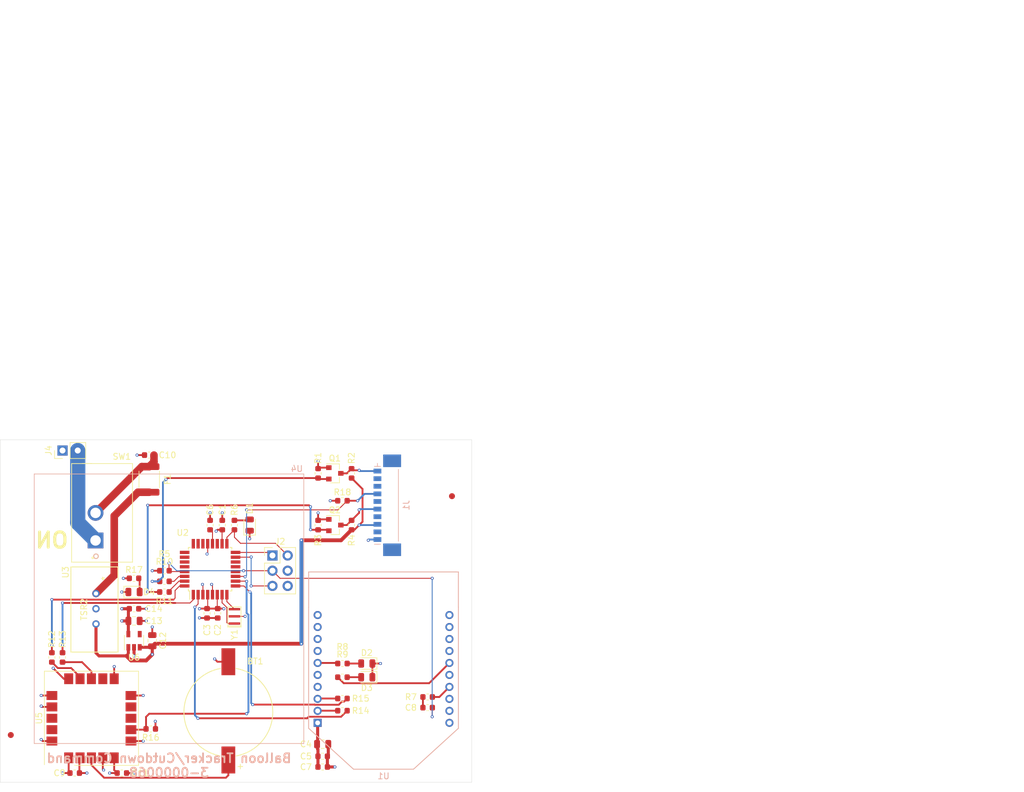
<source format=kicad_pcb>
(kicad_pcb (version 20171130) (host pcbnew "(5.1.7)-1")
  (title_block (title "Balloon Sat Tracker") (date 2020-12-22) (rev 1.0) (company "Leeman Geophysical LLC") (comment 1 "(479) 373-3736") (comment 2 "Siloam Springs, AR 72761") (comment 3 "850 South Lincoln St."))
  (layers (0 F.Cu signal) (1 In1.Cu power hide) (2 In2.Cu power hide) (31 B.Cu signal) (34 B.Paste user) (35 F.Paste user) (36 B.SilkS user) (37 F.SilkS user) (38 B.Mask user) (39 F.Mask user) (44 Edge.Cuts user))
  (net 0 "")
  (net 1 "Net-(BT1-Pad1)")
  (net 2 RB_GND)
  (net 3 +3V3)
  (net 4 "Net-(C6-Pad1)")
  (net 5 "Net-(C8-Pad2)")
  (net 6 RESET)
  (net 7 "Net-(C10-Pad1)")
  (net 8 RB_5V)
  (net 9 "Net-(D1-Pad2)")
  (net 10 "Net-(D2-Pad2)")
  (net 11 "Net-(D3-Pad2)")
  (net 12 "Net-(D4-Pad2)")
  (net 13 "Net-(F1-Pad1)")
  (net 14 RB_RXI)
  (net 15 RB_NetAv)
  (net 16 RB_TXO)
  (net 17 MISO)
  (net 18 SCK)
  (net 19 MOSI)
  (net 20 "Net-(J3-Pad1)")
  (net 21 RB_TXO_3V3)
  (net 22 RB_RXI_3V3)
  (net 23 "Net-(R7-Pad2)")
  (net 24 "Net-(R8-Pad1)")
  (net 25 "Net-(R9-Pad1)")
  (net 26 "Net-(R10-Pad2)")
  (net 27 "Net-(R11-Pad2)")
  (net 28 GPS_RX)
  (net 29 "Net-(R12-Pad2)")
  (net 30 "Net-(R13-Pad2)")
  (net 31 GPS_TX)
  (net 32 XBee_to_Uc)
  (net 33 "Net-(R14-Pad2)")
  (net 34 XBee_from_Uc)
  (net 35 "Net-(R15-Pad2)")
  (net 36 GPS_PPS)
  (net 37 "Net-(U2-Pad7)")
  (net 38 "Net-(U2-Pad8)")
  (module lib_fp:S8411-45R (layer F.Cu) (at 149.86 133.096)
    (fp_text reference BT1 (at 4.5 -8.5) (layer F.SilkS))
    (fp_text value CR1220)
    (fp_text user + (at 2 9) (layer F.SilkS))
    (pad 1 smd rect (at 0 7.975) (size 2.3 4.5) (layers F.Cu F.Paste F.Mask) (net 1 "Net-(BT1-Pad1)"))
    (pad 2 smd rect (at 0 -8.425) (size 2.3 4.5) (layers F.Cu F.Paste F.Mask) (net 2 RB_GND))
    (pad "" np_thru_hole circle (at 0 -3.725) (size 1.05 1.05) (drill 1.05) (layers *.Cu *.Mask))
    (pad "" np_thru_hole circle (at 0 3.725) (size 1.3 1.3) (drill 1.3) (layers *.Cu *.Mask))
  )
  (module capacitors_0603:1-0000007 (layer F.Cu) (at 148.844 101.854 90)
    (fp_text reference C1 (at 2.54 0 90) (layer F.SilkS))
    (fp_text value 1-0000007)
    (pad 2 smd roundrect (at 0.7875 0 90) (size 0.875 0.95) (layers F.Cu F.Paste F.Mask) (net 2 RB_GND))
    (pad 1 smd roundrect (at -0.7875 0 90) (size 0.875 0.95) (layers F.Cu F.Paste F.Mask) (net 3 +3V3))
  )
  (module capacitors_0603:1-0000007 (layer F.Cu) (at 148.082 116.586 270)
    (fp_text reference C2 (at 2.794 0 90) (layer F.SilkS))
    (fp_text value 1-0000007)
    (pad 1 smd roundrect (at -0.7875 0 270) (size 0.875 0.95) (layers F.Cu F.Paste F.Mask) (net 3 +3V3))
    (pad 2 smd roundrect (at 0.7875 0 270) (size 0.875 0.95) (layers F.Cu F.Paste F.Mask) (net 2 RB_GND))
  )
  (module capacitors_0603:1-0000007 (layer F.Cu) (at 146.304 116.586 270)
    (fp_text reference C3 (at 2.794 0 90) (layer F.SilkS))
    (fp_text value 1-0000007)
    (pad 2 smd roundrect (at 0.7875 0 270) (size 0.875 0.95) (layers F.Cu F.Paste F.Mask) (net 2 RB_GND))
    (pad 1 smd roundrect (at -0.7875 0 270) (size 0.875 0.95) (layers F.Cu F.Paste F.Mask) (net 3 +3V3))
  )
  (module capacitors_0805:1-0000075 (layer F.Cu) (at 165.608 138.43)
    (fp_text reference C4 (at -2.794 0) (layer F.SilkS))
    (fp_text value 1-0000075)
    (pad 1 smd roundrect (at -0.9375 0) (size 0.975 1.4) (layers F.Cu F.Paste F.Mask) (net 3 +3V3))
    (pad 2 smd roundrect (at 0.9375 0) (size 0.975 1.4) (layers F.Cu F.Paste F.Mask) (net 2 RB_GND))
  )
  (module capacitors_0603:1-0000018 (layer F.Cu) (at 165.608 140.462)
    (fp_text reference C5 (at -2.794 0) (layer F.SilkS))
    (fp_text value 1-0000018)
    (pad 1 smd roundrect (at -0.7875 0) (size 0.875 0.95) (layers F.Cu F.Paste F.Mask) (net 3 +3V3))
    (pad 2 smd roundrect (at 0.7875 0) (size 0.875 0.95) (layers F.Cu F.Paste F.Mask) (net 2 RB_GND))
  )
  (module capacitors_0603:1-0000007 (layer F.Cu) (at 146.812 101.854 90)
    (fp_text reference C6 (at 2.54 0 90) (layer F.SilkS))
    (fp_text value 1-0000007)
    (pad 1 smd roundrect (at -0.7875 0 90) (size 0.875 0.95) (layers F.Cu F.Paste F.Mask) (net 4 "Net-(C6-Pad1)"))
    (pad 2 smd roundrect (at 0.7875 0 90) (size 0.875 0.95) (layers F.Cu F.Paste F.Mask) (net 2 RB_GND))
  )
  (module capacitors_0603:1-0000007 (layer F.Cu) (at 165.608 142.24)
    (fp_text reference C7 (at -2.794 0) (layer F.SilkS))
    (fp_text value 1-0000007)
    (pad 1 smd roundrect (at -0.7875 0) (size 0.875 0.95) (layers F.Cu F.Paste F.Mask) (net 3 +3V3))
    (pad 2 smd roundrect (at 0.7875 0) (size 0.875 0.95) (layers F.Cu F.Paste F.Mask) (net 2 RB_GND))
  )
  (module capacitors_0603:1-0000007 (layer F.Cu) (at 183.134 132.334 180)
    (fp_text reference C8 (at 2.794 0) (layer F.SilkS))
    (fp_text value 1-0000007)
    (pad 2 smd roundrect (at 0.7875 0 180) (size 0.875 0.95) (layers F.Cu F.Paste F.Mask) (net 5 "Net-(C8-Pad2)"))
    (pad 1 smd roundrect (at -0.7875 0 180) (size 0.875 0.95) (layers F.Cu F.Paste F.Mask) (net 6 RESET))
  )
  (module capacitors_0603:1-0000007 (layer F.Cu) (at 124.206 143.256 180)
    (fp_text reference C9 (at 2.54 0) (layer F.SilkS))
    (fp_text value 1-0000007)
    (pad 2 smd roundrect (at 0.7875 0 180) (size 0.875 0.95) (layers F.Cu F.Paste F.Mask) (net 2 RB_GND))
    (pad 1 smd roundrect (at -0.7875 0 180) (size 0.875 0.95) (layers F.Cu F.Paste F.Mask) (net 3 +3V3))
  )
  (module capacitors_0603:1-0000007 (layer F.Cu) (at 136.652 90.17 180)
    (fp_text reference C10 (at -3.048 0) (layer F.SilkS))
    (fp_text value 1-0000007)
    (pad 2 smd roundrect (at 0.7875 0 180) (size 0.875 0.95) (layers F.Cu F.Paste F.Mask) (net 2 RB_GND))
    (pad 1 smd roundrect (at -0.7875 0 180) (size 0.875 0.95) (layers F.Cu F.Paste F.Mask) (net 7 "Net-(C10-Pad1)"))
  )
  (module capacitors_0603:1-0000007 (layer F.Cu) (at 132.08 143.256 180)
    (fp_text reference C11 (at -3.048 0) (layer F.SilkS))
    (fp_text value 1-0000007)
    (pad 1 smd roundrect (at -0.7875 0 180) (size 0.875 0.95) (layers F.Cu F.Paste F.Mask) (net 3 +3V3))
    (pad 2 smd roundrect (at 0.7875 0 180) (size 0.875 0.95) (layers F.Cu F.Paste F.Mask) (net 2 RB_GND))
  )
  (module capacitors_0805:1-0000075 (layer F.Cu) (at 137.16 121.158 90)
    (fp_text reference C12 (at 0 1.778 90) (layer F.SilkS))
    (fp_text value 1-0000075)
    (pad 2 smd roundrect (at 0.9375 0 90) (size 0.975 1.4) (layers F.Cu F.Paste F.Mask) (net 2 RB_GND))
    (pad 1 smd roundrect (at -0.9375 0 90) (size 0.975 1.4) (layers F.Cu F.Paste F.Mask) (net 8 RB_5V))
  )
  (module capacitors_0805:1-0000075 (layer F.Cu) (at 134.112 117.856)
    (fp_text reference C13 (at 3.302 0) (layer F.SilkS))
    (fp_text value 1-0000075)
    (pad 1 smd roundrect (at -0.9375 0) (size 0.975 1.4) (layers F.Cu F.Paste F.Mask) (net 3 +3V3))
    (pad 2 smd roundrect (at 0.9375 0) (size 0.975 1.4) (layers F.Cu F.Paste F.Mask) (net 2 RB_GND))
  )
  (module capacitors_0603:1-0000007 (layer F.Cu) (at 134.112 115.824)
    (fp_text reference C14 (at 3.302 0) (layer F.SilkS))
    (fp_text value 1-0000007)
    (pad 1 smd roundrect (at -0.7875 0) (size 0.875 0.95) (layers F.Cu F.Paste F.Mask) (net 3 +3V3))
    (pad 2 smd roundrect (at 0.7875 0) (size 0.875 0.95) (layers F.Cu F.Paste F.Mask) (net 2 RB_GND))
  )
  (module LED_SMD:LED_0805_2012Metric (layer F.Cu) (at 153.416 101.854 90)
    (fp_text reference D1 (at 2.794 0 90) (layer F.SilkS))
    (fp_text value Blue)
    (pad 2 smd roundrect (at 0.9375 0 90) (size 0.975 1.4) (layers F.Cu F.Paste F.Mask) (net 9 "Net-(D1-Pad2)"))
    (pad 1 smd roundrect (at -0.9375 0 90) (size 0.975 1.4) (layers F.Cu F.Paste F.Mask) (net 2 RB_GND))
  )
  (module LED_SMD:LED_0805_2012Metric (layer F.Cu) (at 172.974 124.968 180)
    (fp_text reference D2 (at 0 1.778) (layer F.SilkS))
    (fp_text value Blue)
    (pad 1 smd roundrect (at -0.9375 0 180) (size 0.975 1.4) (layers F.Cu F.Paste F.Mask) (net 2 RB_GND))
    (pad 2 smd roundrect (at 0.9375 0 180) (size 0.975 1.4) (layers F.Cu F.Paste F.Mask) (net 10 "Net-(D2-Pad2)"))
  )
  (module LED_SMD:LED_0805_2012Metric (layer F.Cu) (at 172.974 127.254 180)
    (fp_text reference D3 (at 0 -1.778) (layer F.SilkS))
    (fp_text value Yellow)
    (pad 2 smd roundrect (at 0.9375 0 180) (size 0.975 1.4) (layers F.Cu F.Paste F.Mask) (net 11 "Net-(D3-Pad2)"))
    (pad 1 smd roundrect (at -0.9375 0 180) (size 0.975 1.4) (layers F.Cu F.Paste F.Mask) (net 2 RB_GND))
  )
  (module LED_SMD:LED_0805_2012Metric (layer F.Cu) (at 134.112 113.03)
    (fp_text reference D4 (at 2.54 0) (layer F.SilkS))
    (fp_text value Green)
    (pad 1 smd roundrect (at -0.9375 0) (size 0.975 1.4) (layers F.Cu F.Paste F.Mask) (net 2 RB_GND))
    (pad 2 smd roundrect (at 0.9375 0) (size 0.975 1.4) (layers F.Cu F.Paste F.Mask) (net 12 "Net-(D4-Pad2)"))
  )
  (module Fuse:Fuse_1812_4532Metric (layer F.Cu) (at 136.652 94.234 90)
    (fp_text reference F1 (at 0 3.048 90) (layer F.SilkS))
    (fp_text value Polyfuse)
    (pad 1 smd roundrect (at -2.1375 0 90) (size 1.125 3.4) (layers F.Cu F.Paste F.Mask) (roundrect_rratio 0.2222213333333333) (net 13 "Net-(F1-Pad1)"))
    (pad 2 smd roundrect (at 2.1375 0 90) (size 1.125 3.4) (layers F.Cu F.Paste F.Mask) (roundrect_rratio 0.2222213333333333) (net 7 "Net-(C10-Pad1)"))
  )
  (module Fiducial:Fiducial_1mm_Mask2mm (layer F.Cu) (at 187.198 97.028)
    (fp_text reference FID1 hide)
    (fp_text value Fiducial)
    (pad "" smd circle (at 0 0) (size 1 1) (layers F.Cu F.Mask) (clearance 0.5))
  )
  (module Fiducial:Fiducial_1mm_Mask2mm (layer F.Cu) (at 113.538 136.906)
    (fp_text reference FID2 hide)
    (fp_text value Fiducial)
    (pad "" smd circle (at 0 0) (size 1 1) (layers F.Cu F.Mask) (clearance 0.5))
  )
  (module MountingHole:MountingHole_3.2mm_M3_DIN965 (layer F.Cu) (at 115.062 141.478)
    (fp_text reference H1 hide)
    (fp_text value MountingHole)
    (pad 1 np_thru_hole circle (at 0 0) (size 3.2 3.2) (drill 3.2) (layers *.Cu *.Mask))
  )
  (module MountingHole:MountingHole_3.2mm_M3_DIN965 (layer F.Cu) (at 187.198 141.478)
    (fp_text reference H2 hide)
    (fp_text value MountingHole)
    (pad 1 np_thru_hole circle (at 0 0) (size 3.2 3.2) (drill 3.2) (layers *.Cu *.Mask))
  )
  (module MountingHole:MountingHole_3.2mm_M3_DIN965 (layer F.Cu) (at 187.198 90.932)
    (fp_text reference H3 hide)
    (fp_text value MountingHole)
    (pad 1 np_thru_hole circle (at 0 0) (size 3.2 3.2) (drill 3.2) (layers *.Cu *.Mask))
  )
  (module MountingHole:MountingHole_3.2mm_M3_DIN965 (layer F.Cu) (at 115.062 90.932)
    (fp_text reference H4 hide)
    (fp_text value MountingHole)
    (pad 1 np_thru_hole circle (at 0 0) (size 3.2 3.2) (drill 3.2) (layers *.Cu *.Mask))
  )
  (module lib_fp:picoblade (layer B.Cu) (at 174.752 98.552 90)
    (fp_text reference J1 (at 0 4.826 90) (layer B.SilkS) (effects (justify mirror)))
    (fp_text value RockBlock9603)
    (pad "" smd rect (at -7.425 2.45 90) (size 2.1 3) (layers B.Cu B.Paste B.Mask))
    (pad "" smd rect (at 7.425 2.45 90) (size 2.1 3) (layers B.Cu B.Paste B.Mask))
    (pad 10 smd rect (at -5.715 0 90) (size 0.8 1.3) (layers B.Cu B.Paste B.Mask) (net 2 RB_GND))
    (pad 9 smd rect (at -4.445 0 90) (size 0.8 1.3) (layers B.Cu B.Paste B.Mask))
    (pad 8 smd rect (at -3.175 0 90) (size 0.8 1.3) (layers B.Cu B.Paste B.Mask) (net 8 RB_5V))
    (pad 7 smd rect (at -1.905 0 90) (size 0.8 1.3) (layers B.Cu B.Paste B.Mask))
    (pad 6 smd rect (at -0.635 0 90) (size 0.8 1.3) (layers B.Cu B.Paste B.Mask) (net 14 RB_RXI))
    (pad 5 smd rect (at 0.635 0 90) (size 0.8 1.3) (layers B.Cu B.Paste B.Mask))
    (pad 4 smd rect (at 1.905 0 90) (size 0.8 1.3) (layers B.Cu B.Paste B.Mask) (net 15 RB_NetAv))
    (pad 3 smd rect (at 3.175 0 90) (size 0.8 1.3) (layers B.Cu B.Paste B.Mask))
    (pad 2 smd rect (at 4.445 0 90) (size 0.8 1.3) (layers B.Cu B.Paste B.Mask))
    (pad 1 smd rect (at 5.715 0 90) (size 0.8 1.3) (layers B.Cu B.Paste B.Mask) (net 16 RB_TXO))
  )
  (module Connector_PinHeader_2.54mm:PinHeader_2x03_P2.54mm_Vertical (layer F.Cu) (at 157.226 106.934)
    (fp_text reference J2 (at 1.27 -2.33) (layer F.SilkS))
    (fp_text value ICSP)
    (pad 1 thru_hole rect (at 0 0) (size 1.7 1.7) (drill 1) (layers *.Cu *.Mask) (net 17 MISO))
    (pad 2 thru_hole oval (at 2.54 0) (size 1.7 1.7) (drill 1) (layers *.Cu *.Mask) (net 18 SCK))
    (pad 3 thru_hole oval (at 0 2.54) (size 1.7 1.7) (drill 1) (layers *.Cu *.Mask) (net 6 RESET))
    (pad 4 thru_hole oval (at 2.54 2.54) (size 1.7 1.7) (drill 1) (layers *.Cu *.Mask) (net 2 RB_GND))
    (pad 5 thru_hole oval (at 0 5.08) (size 1.7 1.7) (drill 1) (layers *.Cu *.Mask) (net 19 MOSI))
    (pad 6 thru_hole oval (at 2.54 5.08) (size 1.7 1.7) (drill 1) (layers *.Cu *.Mask) (net 3 +3V3))
  )
  (module Connector_PinHeader_2.54mm:PinHeader_1x02_P2.54mm_Vertical (layer F.Cu) (at 122.174 89.408 90)
    (fp_text reference J4 (at 0 -2.33 90) (layer F.SilkS))
    (fp_text value Battery)
    (pad 2 thru_hole oval (at 0 2.54 90) (size 1.7 1.7) (drill 1) (layers *.Cu *.Mask) (net 20 "Net-(J3-Pad1)"))
    (pad 1 thru_hole rect (at 0 0 90) (size 1.7 1.7) (drill 1) (layers *.Cu *.Mask) (net 2 RB_GND))
  )
  (module lib_fp:BarePCB (layer F.Cu) (at 279.146 15.748)
    (fp_text reference PCB1 hide)
    (fp_text value barepcb)
  )
  (module Package_TO_SOT_SMD:SOT-23 (layer F.Cu) (at 167.64 93.218)
    (fp_text reference Q1 (at 0 -2.5) (layer F.SilkS))
    (fp_text value BSS138)
    (pad 1 smd rect (at -1 -0.95) (size 0.9 0.8) (layers F.Cu F.Paste F.Mask) (net 3 +3V3))
    (pad 2 smd rect (at -1 0.95) (size 0.9 0.8) (layers F.Cu F.Paste F.Mask) (net 21 RB_TXO_3V3))
    (pad 3 smd rect (at 1 0) (size 0.9 0.8) (layers F.Cu F.Paste F.Mask) (net 16 RB_TXO))
  )
  (module Package_TO_SOT_SMD:SOT-23 (layer F.Cu) (at 167.64 101.854)
    (fp_text reference Q2 (at 0 -2.5) (layer F.SilkS))
    (fp_text value BSS138)
    (pad 3 smd rect (at 1 0) (size 0.9 0.8) (layers F.Cu F.Paste F.Mask) (net 14 RB_RXI))
    (pad 2 smd rect (at -1 0.95) (size 0.9 0.8) (layers F.Cu F.Paste F.Mask) (net 22 RB_RXI_3V3))
    (pad 1 smd rect (at -1 -0.95) (size 0.9 0.8) (layers F.Cu F.Paste F.Mask) (net 3 +3V3))
  )
  (module resistors_0603:1-0000013 (layer F.Cu) (at 164.846 93.218 270)
    (fp_text reference R1 (at -2.54 0 90) (layer F.SilkS))
    (fp_text value 1-0000013)
    (pad 2 smd roundrect (at 0.7875 0 270) (size 0.875 0.95) (layers F.Cu F.Paste F.Mask) (net 21 RB_TXO_3V3))
    (pad 1 smd roundrect (at -0.7875 0 270) (size 0.875 0.95) (layers F.Cu F.Paste F.Mask) (net 3 +3V3))
  )
  (module resistors_0603:1-0000013 (layer F.Cu) (at 170.434 93.218 90)
    (fp_text reference R2 (at 2.54 0 90) (layer F.SilkS))
    (fp_text value 1-0000013)
    (pad 1 smd roundrect (at -0.7875 0 90) (size 0.875 0.95) (layers F.Cu F.Paste F.Mask) (net 8 RB_5V))
    (pad 2 smd roundrect (at 0.7875 0 90) (size 0.875 0.95) (layers F.Cu F.Paste F.Mask) (net 16 RB_TXO))
  )
  (module resistors_0603:1-0000013 (layer F.Cu) (at 164.846 101.854 270)
    (fp_text reference R3 (at 2.54 0 90) (layer F.SilkS))
    (fp_text value 1-0000013)
    (pad 2 smd roundrect (at 0.7875 0 270) (size 0.875 0.95) (layers F.Cu F.Paste F.Mask) (net 22 RB_RXI_3V3))
    (pad 1 smd roundrect (at -0.7875 0 270) (size 0.875 0.95) (layers F.Cu F.Paste F.Mask) (net 3 +3V3))
  )
  (module resistors_0603:1-0000013 (layer F.Cu) (at 170.434 101.854 90)
    (fp_text reference R4 (at -2.54 0 90) (layer F.SilkS))
    (fp_text value 1-0000013)
    (pad 1 smd roundrect (at -0.7875 0 90) (size 0.875 0.95) (layers F.Cu F.Paste F.Mask) (net 8 RB_5V))
    (pad 2 smd roundrect (at 0.7875 0 90) (size 0.875 0.95) (layers F.Cu F.Paste F.Mask) (net 14 RB_RXI))
  )
  (module resistors_0603:1-0000010 (layer F.Cu) (at 139.192 109.474)
    (fp_text reference R5 (at 0 -2.794) (layer F.SilkS))
    (fp_text value 1-0000010)
    (pad 1 smd roundrect (at -0.7875 0) (size 0.875 0.95) (layers F.Cu F.Paste F.Mask) (net 3 +3V3))
    (pad 2 smd roundrect (at 0.7875 0) (size 0.875 0.95) (layers F.Cu F.Paste F.Mask) (net 6 RESET))
  )
  (module resistors_0603:1-0000008 (layer F.Cu) (at 150.876 101.854 90)
    (fp_text reference R6 (at 2.54 0 90) (layer F.SilkS))
    (fp_text value 1-0000008)
    (pad 2 smd roundrect (at 0.7875 0 90) (size 0.875 0.95) (layers F.Cu F.Paste F.Mask) (net 9 "Net-(D1-Pad2)"))
    (pad 1 smd roundrect (at -0.7875 0 90) (size 0.875 0.95) (layers F.Cu F.Paste F.Mask) (net 18 SCK))
  )
  (module resistors_0603:1-0000006 (layer F.Cu) (at 183.134 130.556)
    (fp_text reference R7 (at -2.794 0) (layer F.SilkS))
    (fp_text value 1-0000006)
    (pad 1 smd roundrect (at -0.7875 0) (size 0.875 0.95) (layers F.Cu F.Paste F.Mask) (net 5 "Net-(C8-Pad2)"))
    (pad 2 smd roundrect (at 0.7875 0) (size 0.875 0.95) (layers F.Cu F.Paste F.Mask) (net 23 "Net-(R7-Pad2)"))
  )
  (module resistors_0603:1-0000008 (layer F.Cu) (at 168.91 124.968)
    (fp_text reference R8 (at 0 -2.794) (layer F.SilkS))
    (fp_text value 1-0000008)
    (pad 2 smd roundrect (at 0.7875 0) (size 0.875 0.95) (layers F.Cu F.Paste F.Mask) (net 10 "Net-(D2-Pad2)"))
    (pad 1 smd roundrect (at -0.7875 0) (size 0.875 0.95) (layers F.Cu F.Paste F.Mask) (net 24 "Net-(R8-Pad1)"))
  )
  (module resistors_0603:1-0000008 (layer F.Cu) (at 168.91 127.254)
    (fp_text reference R9 (at 0 -3.81) (layer F.SilkS))
    (fp_text value 1-0000008)
    (pad 1 smd roundrect (at -0.7875 0) (size 0.875 0.95) (layers F.Cu F.Paste F.Mask) (net 25 "Net-(R9-Pad1)"))
    (pad 2 smd roundrect (at 0.7875 0) (size 0.875 0.95) (layers F.Cu F.Paste F.Mask) (net 11 "Net-(D3-Pad2)"))
  )
  (module resistors_0603:1-0000006 (layer F.Cu) (at 139.192 111.252)
    (fp_text reference R10 (at 0 -3.302) (layer F.SilkS))
    (fp_text value 1-0000006)
    (pad 2 smd roundrect (at 0.7875 0) (size 0.875 0.95) (layers F.Cu F.Paste F.Mask) (net 26 "Net-(R10-Pad2)"))
    (pad 1 smd roundrect (at -0.7875 0) (size 0.875 0.95) (layers F.Cu F.Paste F.Mask) (net 21 RB_TXO_3V3))
  )
  (module resistors_0603:1-0000006 (layer F.Cu) (at 139.192 113.03)
    (fp_text reference R11 (at 0 1.524) (layer F.SilkS))
    (fp_text value 1-0000006)
    (pad 2 smd roundrect (at 0.7875 0) (size 0.875 0.95) (layers F.Cu F.Paste F.Mask) (net 27 "Net-(R11-Pad2)"))
    (pad 1 smd roundrect (at -0.7875 0) (size 0.875 0.95) (layers F.Cu F.Paste F.Mask) (net 22 RB_RXI_3V3))
  )
  (module resistors_0603:1-0000006 (layer F.Cu) (at 120.396 123.952 90)
    (fp_text reference R12 (at 3.048 0 90) (layer F.SilkS))
    (fp_text value 1-0000006)
    (pad 1 smd roundrect (at -0.7875 0 90) (size 0.875 0.95) (layers F.Cu F.Paste F.Mask) (net 28 GPS_RX))
    (pad 2 smd roundrect (at 0.7875 0 90) (size 0.875 0.95) (layers F.Cu F.Paste F.Mask) (net 29 "Net-(R12-Pad2)"))
  )
  (module resistors_0603:1-0000006 (layer F.Cu) (at 122.174 123.952 90)
    (fp_text reference R13 (at 3.048 0 90) (layer F.SilkS))
    (fp_text value 1-0000006)
    (pad 2 smd roundrect (at 0.7875 0 90) (size 0.875 0.95) (layers F.Cu F.Paste F.Mask) (net 30 "Net-(R13-Pad2)"))
    (pad 1 smd roundrect (at -0.7875 0 90) (size 0.875 0.95) (layers F.Cu F.Paste F.Mask) (net 31 GPS_TX))
  )
  (module resistors_0603:1-0000006 (layer F.Cu) (at 168.91 132.842)
    (fp_text reference R14 (at 3.048 0) (layer F.SilkS))
    (fp_text value 1-0000006)
    (pad 1 smd roundrect (at -0.7875 0) (size 0.875 0.95) (layers F.Cu F.Paste F.Mask) (net 32 XBee_to_Uc))
    (pad 2 smd roundrect (at 0.7875 0) (size 0.875 0.95) (layers F.Cu F.Paste F.Mask) (net 33 "Net-(R14-Pad2)"))
  )
  (module resistors_0603:1-0000006 (layer F.Cu) (at 168.91 130.81)
    (fp_text reference R15 (at 3.048 0) (layer F.SilkS))
    (fp_text value 1-0000006)
    (pad 1 smd roundrect (at -0.7875 0) (size 0.875 0.95) (layers F.Cu F.Paste F.Mask) (net 34 XBee_from_Uc))
    (pad 2 smd roundrect (at 0.7875 0) (size 0.875 0.95) (layers F.Cu F.Paste F.Mask) (net 35 "Net-(R15-Pad2)"))
  )
  (module resistors_0603:1-0000010 (layer F.Cu) (at 136.906 135.89 180)
    (fp_text reference R16 (at 0 -1.43) (layer F.SilkS))
    (fp_text value 1-0000010)
    (pad 1 smd roundrect (at -0.7875 0 180) (size 0.875 0.95) (layers F.Cu F.Paste F.Mask) (net 3 +3V3))
    (pad 2 smd roundrect (at 0.7875 0 180) (size 0.875 0.95) (layers F.Cu F.Paste F.Mask) (net 36 GPS_PPS))
  )
  (module resistors_0603:1-0000008 (layer F.Cu) (at 134.112 110.744)
    (fp_text reference R17 (at 0 -1.43) (layer F.SilkS))
    (fp_text value 1-0000008)
    (pad 1 smd roundrect (at -0.7875 0) (size 0.875 0.95) (layers F.Cu F.Paste F.Mask) (net 3 +3V3))
    (pad 2 smd roundrect (at 0.7875 0) (size 0.875 0.95) (layers F.Cu F.Paste F.Mask) (net 12 "Net-(D4-Pad2)"))
  )
  (module resistors_0603:1-0000010 (layer F.Cu) (at 168.91 97.79)
    (fp_text reference R18 (at 0 -1.43) (layer F.SilkS))
    (fp_text value 1-0000010)
    (pad 2 smd roundrect (at 0.7875 0) (size 0.875 0.95) (layers F.Cu F.Paste F.Mask) (net 15 RB_NetAv))
    (pad 1 smd roundrect (at -0.7875 0) (size 0.875 0.95) (layers F.Cu F.Paste F.Mask) (net 3 +3V3))
  )
  (module lib_fp:SW_GF-123-0054 (layer F.Cu) (at 128.778 99.822 90)
    (fp_text reference SW1 (at 9.398 3.302 180) (layer F.SilkS) (effects (font (thickness 0.14986))))
    (fp_text value SW_SPST)
    (pad 1 thru_hole rect (at -4.6 -1.09 90) (size 2.625 2.625) (drill 1.75) (layers *.Cu *.Mask) (net 20 "Net-(J3-Pad1)"))
    (pad 2 thru_hole circle (at 0 -1.09 90) (size 2.625 2.625) (drill 1.75) (layers *.Cu *.Mask) (net 7 "Net-(C10-Pad1)"))
  )
  (module lib_fp:XBee (layer B.Cu) (at 175.768 134.874)
    (fp_text reference U1 (at 0 8.89 180) (layer B.SilkS) (effects (justify mirror)))
    (fp_text value XBee hide)
    (pad 1 thru_hole rect (at -11 0) (size 1.35 1.35) (drill 0.8) (layers *.Cu *.Mask) (net 3 +3V3))
    (pad 20 thru_hole oval (at 11 0) (size 1.35 1.35) (drill 0.8) (layers *.Cu *.Mask))
    (pad 2 thru_hole oval (at -11 -2) (size 1.35 1.35) (drill 0.8) (layers *.Cu *.Mask) (net 32 XBee_to_Uc))
    (pad 19 thru_hole oval (at 11 -2) (size 1.35 1.35) (drill 0.8) (layers *.Cu *.Mask))
    (pad 3 thru_hole oval (at -11 -4) (size 1.35 1.35) (drill 0.8) (layers *.Cu *.Mask) (net 34 XBee_from_Uc))
    (pad 18 thru_hole oval (at 11 -4) (size 1.35 1.35) (drill 0.8) (layers *.Cu *.Mask))
    (pad 4 thru_hole oval (at -11 -6) (size 1.35 1.35) (drill 0.8) (layers *.Cu *.Mask))
    (pad 17 thru_hole oval (at 11 -6) (size 1.35 1.35) (drill 0.8) (layers *.Cu *.Mask) (net 23 "Net-(R7-Pad2)"))
    (pad 5 thru_hole oval (at -11 -8) (size 1.35 1.35) (drill 0.8) (layers *.Cu *.Mask))
    (pad 16 thru_hole oval (at 11 -8) (size 1.35 1.35) (drill 0.8) (layers *.Cu *.Mask))
    (pad 6 thru_hole oval (at -11 -10) (size 1.35 1.35) (drill 0.8) (layers *.Cu *.Mask) (net 24 "Net-(R8-Pad1)"))
    (pad 15 thru_hole oval (at 11 -10) (size 1.35 1.35) (drill 0.8) (layers *.Cu *.Mask) (net 25 "Net-(R9-Pad1)"))
    (pad 7 thru_hole oval (at -11 -12) (size 1.35 1.35) (drill 0.8) (layers *.Cu *.Mask))
    (pad 14 thru_hole oval (at 11 -12) (size 1.35 1.35) (drill 0.8) (layers *.Cu *.Mask))
    (pad 8 thru_hole oval (at -11 -14) (size 1.35 1.35) (drill 0.8) (layers *.Cu *.Mask))
    (pad 13 thru_hole oval (at 11 -14) (size 1.35 1.35) (drill 0.8) (layers *.Cu *.Mask))
    (pad 9 thru_hole oval (at -11 -16) (size 1.35 1.35) (drill 0.8) (layers *.Cu *.Mask))
    (pad 12 thru_hole oval (at 11 -16) (size 1.35 1.35) (drill 0.8) (layers *.Cu *.Mask))
    (pad 10 thru_hole oval (at -11 -18) (size 1.35 1.35) (drill 0.8) (layers *.Cu *.Mask) (net 2 RB_GND))
    (pad 11 thru_hole oval (at 11 -18) (size 1.35 1.35) (drill 0.8) (layers *.Cu *.Mask))
  )
  (module Package_QFP:TQFP-32_7x7mm_P0.8mm (layer F.Cu) (at 146.812 109.22 90)
    (fp_text reference U2 (at 6.096 -4.572 180) (layer F.SilkS))
    (fp_text value ATmega328P-AU)
    (pad 1 smd rect (at -4.25 -2.8 90) (size 1.6 0.55) (layers F.Cu F.Paste F.Mask) (net 30 "Net-(R13-Pad2)"))
    (pad 2 smd rect (at -4.25 -2 90) (size 1.6 0.55) (layers F.Cu F.Paste F.Mask) (net 33 "Net-(R14-Pad2)"))
    (pad 3 smd rect (at -4.25 -1.2 90) (size 1.6 0.55) (layers F.Cu F.Paste F.Mask) (net 2 RB_GND))
    (pad 4 smd rect (at -4.25 -0.4 90) (size 1.6 0.55) (layers F.Cu F.Paste F.Mask) (net 3 +3V3))
    (pad 5 smd rect (at -4.25 0.4 90) (size 1.6 0.55) (layers F.Cu F.Paste F.Mask) (net 2 RB_GND))
    (pad 6 smd rect (at -4.25 1.2 90) (size 1.6 0.55) (layers F.Cu F.Paste F.Mask) (net 3 +3V3))
    (pad 7 smd rect (at -4.25 2 90) (size 1.6 0.55) (layers F.Cu F.Paste F.Mask) (net 37 "Net-(U2-Pad7)"))
    (pad 8 smd rect (at -4.25 2.8 90) (size 1.6 0.55) (layers F.Cu F.Paste F.Mask) (net 38 "Net-(U2-Pad8)"))
    (pad 9 smd rect (at -2.8 4.25 180) (size 1.6 0.55) (layers F.Cu F.Paste F.Mask) (net 35 "Net-(R15-Pad2)"))
    (pad 10 smd rect (at -2 4.25 180) (size 1.6 0.55) (layers F.Cu F.Paste F.Mask) (net 36 GPS_PPS))
    (pad 11 smd rect (at -1.2 4.25 180) (size 1.6 0.55) (layers F.Cu F.Paste F.Mask) (net 15 RB_NetAv))
    (pad 12 smd rect (at -0.4 4.25 180) (size 1.6 0.55) (layers F.Cu F.Paste F.Mask))
    (pad 13 smd rect (at 0.4 4.25 180) (size 1.6 0.55) (layers F.Cu F.Paste F.Mask))
    (pad 14 smd rect (at 1.2 4.25 180) (size 1.6 0.55) (layers F.Cu F.Paste F.Mask))
    (pad 15 smd rect (at 2 4.25 180) (size 1.6 0.55) (layers F.Cu F.Paste F.Mask) (net 19 MOSI))
    (pad 16 smd rect (at 2.8 4.25 180) (size 1.6 0.55) (layers F.Cu F.Paste F.Mask) (net 17 MISO))
    (pad 17 smd rect (at 4.25 2.8 90) (size 1.6 0.55) (layers F.Cu F.Paste F.Mask) (net 18 SCK))
    (pad 18 smd rect (at 4.25 2 90) (size 1.6 0.55) (layers F.Cu F.Paste F.Mask) (net 3 +3V3))
    (pad 19 smd rect (at 4.25 1.2 90) (size 1.6 0.55) (layers F.Cu F.Paste F.Mask))
    (pad 20 smd rect (at 4.25 0.4 90) (size 1.6 0.55) (layers F.Cu F.Paste F.Mask) (net 4 "Net-(C6-Pad1)"))
    (pad 21 smd rect (at 4.25 -0.4 90) (size 1.6 0.55) (layers F.Cu F.Paste F.Mask) (net 2 RB_GND))
    (pad 22 smd rect (at 4.25 -1.2 90) (size 1.6 0.55) (layers F.Cu F.Paste F.Mask))
    (pad 23 smd rect (at 4.25 -2 90) (size 1.6 0.55) (layers F.Cu F.Paste F.Mask))
    (pad 24 smd rect (at 4.25 -2.8 90) (size 1.6 0.55) (layers F.Cu F.Paste F.Mask))
    (pad 25 smd rect (at 2.8 -4.25 180) (size 1.6 0.55) (layers F.Cu F.Paste F.Mask))
    (pad 26 smd rect (at 2 -4.25 180) (size 1.6 0.55) (layers F.Cu F.Paste F.Mask))
    (pad 27 smd rect (at 1.2 -4.25 180) (size 1.6 0.55) (layers F.Cu F.Paste F.Mask))
    (pad 28 smd rect (at 0.4 -4.25 180) (size 1.6 0.55) (layers F.Cu F.Paste F.Mask))
    (pad 29 smd rect (at -0.4 -4.25 180) (size 1.6 0.55) (layers F.Cu F.Paste F.Mask) (net 6 RESET))
    (pad 30 smd rect (at -1.2 -4.25 180) (size 1.6 0.55) (layers F.Cu F.Paste F.Mask) (net 26 "Net-(R10-Pad2)"))
    (pad 31 smd rect (at -2 -4.25 180) (size 1.6 0.55) (layers F.Cu F.Paste F.Mask) (net 27 "Net-(R11-Pad2)"))
    (pad 32 smd rect (at -2.8 -4.25 180) (size 1.6 0.55) (layers F.Cu F.Paste F.Mask) (net 29 "Net-(R12-Pad2)"))
  )
  (module "lib_fp:TSR 2-2450" (layer F.Cu) (at 127.762 113.284 270)
    (fp_text reference U3 (at -3.556 5.08 90) (layer F.SilkS))
    (fp_text value TSR2 (at 2.667 2 90) (layer F.SilkS))
    (fp_text user * (at -2.5 -1.5 90) (layer F.SilkS))
    (pad 3 thru_hole circle (at 5.08 0 270) (size 1.2192 1.2192) (drill 0.7112) (layers *.Cu *.Mask) (net 8 RB_5V))
    (pad 2 thru_hole circle (at 2.54 0 270) (size 1.2192 1.2192) (drill 0.7112) (layers *.Cu *.Mask) (net 2 RB_GND))
    (pad 1 thru_hole circle (at 0 0 270) (size 1.2192 1.2192) (drill 0.7112) (layers *.Cu *.Mask) (net 13 "Net-(F1-Pad1)"))
  )
  (module lib_fp:RockBlock_Mechanical (layer B.Cu) (at 139.954 115.824 270)
    (fp_text reference U4 (at -23.368 -21.336 180) (layer B.SilkS) (effects (justify mirror)))
    (fp_text value RockBlockMechanical)
    (pad "" np_thru_hole circle (at -19.35 19.35 270) (size 2.5 2.5) (drill 2.5) (layers *.Cu *.Mask))
    (pad "" np_thru_hole circle (at -19.35 -19.35 270) (size 2.5 2.5) (drill 2.5) (layers *.Cu *.Mask))
  )
  (module RF_GPS:ublox_SAM-M8Q (layer F.Cu) (at 127 134.112 90)
    (fp_text reference U5 (at 0 -8.75 90) (layer F.SilkS))
    (fp_text value ublox_SAM-M8Q)
    (pad 1 smd rect (at -6.6 -3.8 90) (size 1.8 1.5) (layers F.Cu F.Mask) (net 2 RB_GND))
    (pad 2 smd rect (at -6.6 -1.9 90) (size 1.8 1.5) (layers F.Cu F.Mask) (net 3 +3V3))
    (pad 3 smd rect (at -6.6 0 90) (size 1.8 1.5) (layers F.Cu F.Mask) (net 1 "Net-(BT1-Pad1)"))
    (pad 4 smd rect (at -6.6 1.9 90) (size 1.8 1.5) (layers F.Cu F.Mask) (net 2 RB_GND))
    (pad 5 smd rect (at -6.6 3.8 90) (size 1.8 1.5) (layers F.Cu F.Mask) (net 2 RB_GND))
    (pad 6 smd rect (at -3.8 6.6 90) (size 1.5 1.8) (layers F.Cu F.Mask) (net 2 RB_GND))
    (pad 7 smd rect (at -1.9 6.6 90) (size 1.5 1.8) (layers F.Cu F.Mask) (net 36 GPS_PPS))
    (pad 8 smd rect (at 0 6.6 90) (size 1.5 1.8) (layers F.Cu F.Mask))
    (pad 9 smd rect (at 1.9 6.6 90) (size 1.5 1.8) (layers F.Cu F.Mask))
    (pad 10 smd rect (at 3.8 6.6 90) (size 1.5 1.8) (layers F.Cu F.Mask) (net 2 RB_GND))
    (pad 11 smd rect (at 6.6 3.8 90) (size 1.8 1.5) (layers F.Cu F.Mask) (net 2 RB_GND))
    (pad 12 smd rect (at 6.6 1.9 90) (size 1.8 1.5) (layers F.Cu F.Mask))
    (pad 13 smd rect (at 6.6 0 90) (size 1.8 1.5) (layers F.Cu F.Mask) (net 31 GPS_TX))
    (pad 14 smd rect (at 6.6 -1.9 90) (size 1.8 1.5) (layers F.Cu F.Mask) (net 28 GPS_RX))
    (pad 15 smd rect (at 6.6 -3.8 90) (size 1.8 1.5) (layers F.Cu F.Mask) (net 2 RB_GND))
    (pad 16 smd rect (at 3.8 -6.6 90) (size 1.5 1.8) (layers F.Cu F.Mask) (net 2 RB_GND))
    (pad 17 smd rect (at 1.9 -6.6 90) (size 1.5 1.8) (layers F.Cu F.Mask) (net 3 +3V3))
    (pad 18 smd rect (at 0 -6.6 90) (size 1.5 1.8) (layers F.Cu F.Mask))
    (pad 19 smd rect (at -1.9 -6.6 90) (size 1.5 1.8) (layers F.Cu F.Mask))
    (pad 20 smd rect (at -3.8 -6.6 90) (size 1.5 1.8) (layers F.Cu F.Mask) (net 2 RB_GND))
  )
  (module Package_TO_SOT_SMD:SOT-23-5 (layer F.Cu) (at 134.112 121.158 90)
    (fp_text reference U6 (at -2.794 0 180) (layer F.SilkS))
    (fp_text value MIC5219-3.3YM5)
    (pad 1 smd rect (at -1.1 -0.95 90) (size 1.06 0.65) (layers F.Cu F.Paste F.Mask) (net 8 RB_5V))
    (pad 2 smd rect (at -1.1 0 90) (size 1.06 0.65) (layers F.Cu F.Paste F.Mask) (net 2 RB_GND))
    (pad 3 smd rect (at -1.1 0.95 90) (size 1.06 0.65) (layers F.Cu F.Paste F.Mask) (net 8 RB_5V))
    (pad 4 smd rect (at 1.1 0.95 90) (size 1.06 0.65) (layers F.Cu F.Paste F.Mask))
    (pad 5 smd rect (at 1.1 -0.95 90) (size 1.06 0.65) (layers F.Cu F.Paste F.Mask) (net 3 +3V3))
  )
  (module lib_fp:Resonator (layer F.Cu) (at 150.876 117.094 90)
    (fp_text reference Y1 (at -3.048 0 90) (layer F.SilkS))
    (fp_text value 16MHz)
    (pad 1 smd rect (at -1.2 0 90) (size 0.4 1.9) (layers F.Cu F.Paste F.Mask) (net 37 "Net-(U2-Pad7)"))
    (pad 2 smd rect (at 0 0 90) (size 0.4 1.9) (layers F.Cu F.Paste F.Mask) (net 2 RB_GND))
    (pad 3 smd rect (at 1.2 0 90) (size 0.4 1.9) (layers F.Cu F.Paste F.Mask) (net 38 "Net-(U2-Pad8)"))
  )
  (gr_text "Balloon Tracker/Cutdown Command\n3-0000068" (at 139.954 141.986) (layer B.SilkS) (effects (font (size 1.5 1.5) (thickness 0.3)) (justify mirror)))
  (gr_text ON (at 120.396 104.394) (layer F.SilkS) (effects (font (size 2.54 2.54) (thickness 0.508)) (justify mirror)))
  (gr_line (start 111.76 144.78) (end 111.76 87.63) (layer Edge.Cuts) (width 0.05))
  (gr_line (start 190.5 144.78) (end 190.5 87.63) (layer Edge.Cuts) (width 0.05))
  (gr_line (start 111.76 87.63) (end 190.5 87.63) (layer Edge.Cuts) (width 0.05))
  (gr_line (start 190.5 144.78) (end 111.76 144.78) (layer Edge.Cuts) (width 0.05))
  (segment (start 127 141.9168) (end 127 140.712) (width 0.3048) (layer F.Cu) (net 1))
  (segment (start 129.11901 144.03581) (end 127 141.9168) (width 0.3048) (layer F.Cu) (net 1))
  (segment (start 149.86 143.6258) (end 149.44999 144.03581) (width 0.3048) (layer F.Cu) (net 1))
  (segment (start 149.86 141.071) (end 149.86 143.6258) (width 0.3048) (layer F.Cu) (net 1))
  (segment (start 149.44999 144.03581) (end 129.11901 144.03581) (width 0.3048) (layer F.Cu) (net 1))
  (via (at 146.812 99.822) (size 0.508) (drill 0.254) (layers F.Cu B.Cu) (net 2))
  (segment (start 146.812 101.0665) (end 146.812 99.822) (width 0.3048) (layer F.Cu) (net 2))
  (via (at 148.844 99.822) (size 0.508) (drill 0.254) (layers F.Cu B.Cu) (net 2))
  (segment (start 148.844 101.0665) (end 148.844 99.822) (width 0.3048) (layer F.Cu) (net 2))
  (via (at 153.416 104.14) (size 0.508) (drill 0.254) (layers F.Cu B.Cu) (net 2))
  (segment (start 153.416 102.7915) (end 153.416 104.14) (width 0.3048) (layer F.Cu) (net 2))
  (via (at 132.08 113.03) (size 0.508) (drill 0.254) (layers F.Cu B.Cu) (net 2))
  (segment (start 133.1745 113.03) (end 132.08 113.03) (width 0.3048) (layer F.Cu) (net 2))
  (via (at 137.16 118.872) (size 0.508) (drill 0.254) (layers F.Cu B.Cu) (net 2))
  (segment (start 137.16 120.2205) (end 137.16 118.872) (width 0.3048) (layer F.Cu) (net 2))
  (via (at 136.144 117.856) (size 0.508) (drill 0.254) (layers F.Cu B.Cu) (net 2))
  (segment (start 135.0495 117.856) (end 136.144 117.856) (width 0.3048) (layer F.Cu) (net 2))
  (via (at 136.144 115.824) (size 0.508) (drill 0.254) (layers F.Cu B.Cu) (net 2))
  (segment (start 134.8995 115.824) (end 136.144 115.824) (width 0.3048) (layer F.Cu) (net 2))
  (segment (start 130.8 125.486) (end 130.81 125.476) (width 0.3048) (layer F.Cu) (net 2))
  (via (at 130.81 125.476) (size 0.508) (drill 0.254) (layers F.Cu B.Cu) (net 2))
  (segment (start 130.8 127.512) (end 130.8 125.486) (width 0.3048) (layer F.Cu) (net 2))
  (via (at 135.636 130.302) (size 0.508) (drill 0.254) (layers F.Cu B.Cu) (net 2))
  (segment (start 135.626 130.312) (end 135.636 130.302) (width 0.3048) (layer F.Cu) (net 2))
  (segment (start 133.6 130.312) (end 135.626 130.312) (width 0.3048) (layer F.Cu) (net 2))
  (segment (start 118.628 130.312) (end 118.618 130.302) (width 0.3048) (layer F.Cu) (net 2))
  (via (at 118.618 130.302) (size 0.508) (drill 0.254) (layers F.Cu B.Cu) (net 2))
  (segment (start 120.4 130.312) (end 118.628 130.312) (width 0.3048) (layer F.Cu) (net 2))
  (segment (start 118.862 137.912) (end 118.618 137.668) (width 0.3048) (layer F.Cu) (net 2))
  (via (at 118.618 137.668) (size 0.508) (drill 0.254) (layers F.Cu B.Cu) (net 2))
  (segment (start 120.4 137.912) (end 118.862 137.912) (width 0.3048) (layer F.Cu) (net 2))
  (segment (start 123.2 143.0375) (end 123.4185 143.256) (width 0.3048) (layer F.Cu) (net 2))
  (segment (start 123.2 140.712) (end 123.2 143.0375) (width 0.3048) (layer F.Cu) (net 2))
  (via (at 122.174 143.256) (size 0.508) (drill 0.254) (layers F.Cu B.Cu) (net 2))
  (segment (start 123.4185 143.256) (end 122.174 143.256) (width 0.3048) (layer F.Cu) (net 2))
  (segment (start 130.8 142.7635) (end 131.2925 143.256) (width 0.3048) (layer F.Cu) (net 2))
  (segment (start 130.8 140.712) (end 130.8 142.7635) (width 0.3048) (layer F.Cu) (net 2))
  (via (at 130.048 143.256) (size 0.508) (drill 0.254) (layers F.Cu B.Cu) (net 2))
  (segment (start 131.2925 143.256) (end 130.048 143.256) (width 0.3048) (layer F.Cu) (net 2))
  (via (at 135.636 137.922) (size 0.508) (drill 0.254) (layers F.Cu B.Cu) (net 2))
  (segment (start 135.626 137.912) (end 135.636 137.922) (width 0.3048) (layer F.Cu) (net 2))
  (segment (start 133.6 137.912) (end 135.626 137.912) (width 0.3048) (layer F.Cu) (net 2))
  (segment (start 173.9115 127.254) (end 173.9115 124.968) (width 0.3048) (layer F.Cu) (net 2))
  (via (at 175.26 124.968) (size 0.508) (drill 0.254) (layers F.Cu B.Cu) (net 2))
  (segment (start 173.9115 124.968) (end 175.26 124.968) (width 0.3048) (layer F.Cu) (net 2))
  (segment (start 166.5455 140.312) (end 166.3955 140.462) (width 0.508) (layer F.Cu) (net 2))
  (segment (start 166.5455 138.43) (end 166.5455 140.312) (width 0.508) (layer F.Cu) (net 2))
  (segment (start 166.3955 140.462) (end 166.3955 142.24) (width 0.508) (layer F.Cu) (net 2))
  (via (at 167.64 142.24) (size 0.508) (drill 0.254) (layers F.Cu B.Cu) (net 2))
  (segment (start 166.3955 142.24) (end 167.64 142.24) (width 0.508) (layer F.Cu) (net 2))
  (via (at 173.228 104.394) (size 0.508) (drill 0.254) (layers F.Cu B.Cu) (net 2))
  (segment (start 173.355 104.267) (end 173.228 104.394) (width 0.3048) (layer B.Cu) (net 2))
  (segment (start 174.752 104.267) (end 173.355 104.267) (width 0.3048) (layer B.Cu) (net 2))
  (segment (start 148.082 117.3735) (end 146.304 117.3735) (width 0.3048) (layer F.Cu) (net 2))
  (via (at 145.034 117.348) (size 0.508) (drill 0.254) (layers F.Cu B.Cu) (net 2))
  (segment (start 145.0595 117.3735) (end 145.034 117.348) (width 0.3048) (layer F.Cu) (net 2))
  (segment (start 146.304 117.3735) (end 145.0595 117.3735) (width 0.3048) (layer F.Cu) (net 2))
  (via (at 152.654 117.094) (size 0.508) (drill 0.254) (layers F.Cu B.Cu) (net 2))
  (segment (start 150.876 117.094) (end 152.654 117.094) (width 0.1524) (layer F.Cu) (net 2))
  (via (at 146.304 106.68) (size 0.508) (drill 0.254) (layers F.Cu B.Cu) (net 2))
  (segment (start 146.412 106.572) (end 146.304 106.68) (width 0.1524) (layer F.Cu) (net 2))
  (segment (start 146.412 104.97) (end 146.412 106.572) (width 0.1524) (layer F.Cu) (net 2))
  (via (at 147.574 124.206) (size 0.508) (drill 0.254) (layers F.Cu B.Cu) (net 2))
  (segment (start 148.039 124.671) (end 147.574 124.206) (width 0.3048) (layer F.Cu) (net 2))
  (segment (start 149.86 124.671) (end 148.039 124.671) (width 0.3048) (layer F.Cu) (net 2))
  (via (at 145.542 111.76) (size 0.508) (drill 0.254) (layers F.Cu B.Cu) (net 2))
  (segment (start 145.612 111.83) (end 145.542 111.76) (width 0.1524) (layer F.Cu) (net 2))
  (segment (start 145.612 113.47) (end 145.612 111.83) (width 0.1524) (layer F.Cu) (net 2))
  (via (at 147.066 111.76) (size 0.508) (drill 0.254) (layers F.Cu B.Cu) (net 2))
  (segment (start 147.212 111.906) (end 147.066 111.76) (width 0.1524) (layer F.Cu) (net 2))
  (segment (start 147.212 113.47) (end 147.212 111.906) (width 0.1524) (layer F.Cu) (net 2))
  (via (at 134.112 123.698) (size 0.508) (drill 0.254) (layers F.Cu B.Cu) (net 2))
  (segment (start 134.112 122.258) (end 134.112 123.698) (width 0.508) (layer F.Cu) (net 2))
  (via (at 134.62 90.17) (size 0.508) (drill 0.254) (layers F.Cu B.Cu) (net 2))
  (segment (start 135.8645 90.17) (end 134.62 90.17) (width 0.3048) (layer F.Cu) (net 2))
  (via (at 129.032 142.748) (size 0.508) (drill 0.254) (layers F.Cu B.Cu) (net 2))
  (segment (start 128.9 142.616) (end 129.032 142.748) (width 0.3048) (layer F.Cu) (net 2))
  (segment (start 128.9 140.712) (end 128.9 142.616) (width 0.3048) (layer F.Cu) (net 2))
  (via (at 120.623118 125.756882) (size 0.508) (drill 0.254) (layers F.Cu B.Cu) (net 2))
  (segment (start 122.378236 127.512) (end 120.623118 125.756882) (width 0.3048) (layer F.Cu) (net 2))
  (segment (start 123.2 127.512) (end 122.378236 127.512) (width 0.3048) (layer F.Cu) (net 2))
  (via (at 137.16 109.474) (size 0.508) (drill 0.254) (layers F.Cu B.Cu) (net 3))
  (segment (start 138.4045 109.474) (end 137.16 109.474) (width 0.3048) (layer F.Cu) (net 3))
  (via (at 132.334 110.744) (size 0.508) (drill 0.254) (layers F.Cu B.Cu) (net 3))
  (segment (start 133.3245 110.744) (end 132.334 110.744) (width 0.3048) (layer F.Cu) (net 3))
  (via (at 118.618 132.08) (size 0.508) (drill 0.254) (layers F.Cu B.Cu) (net 3))
  (segment (start 118.75 132.212) (end 118.618 132.08) (width 0.3048) (layer F.Cu) (net 3))
  (segment (start 120.4 132.212) (end 118.75 132.212) (width 0.3048) (layer F.Cu) (net 3))
  (via (at 134.112 143.256) (size 0.508) (drill 0.254) (layers F.Cu B.Cu) (net 3))
  (segment (start 132.8675 143.256) (end 134.112 143.256) (width 0.3048) (layer F.Cu) (net 3))
  (via (at 126.238 143.256) (size 0.508) (drill 0.254) (layers F.Cu B.Cu) (net 3))
  (segment (start 124.9935 143.256) (end 126.238 143.256) (width 0.3048) (layer F.Cu) (net 3))
  (segment (start 124.9935 140.8185) (end 125.1 140.712) (width 0.3048) (layer F.Cu) (net 3))
  (segment (start 124.9935 143.256) (end 124.9935 140.8185) (width 0.3048) (layer F.Cu) (net 3))
  (via (at 137.668 134.62) (size 0.508) (drill 0.254) (layers F.Cu B.Cu) (net 3))
  (segment (start 137.6935 134.6455) (end 137.668 134.62) (width 0.3048) (layer F.Cu) (net 3))
  (segment (start 137.6935 135.89) (end 137.6935 134.6455) (width 0.3048) (layer F.Cu) (net 3))
  (segment (start 164.768 134.874) (end 164.768 139.27) (width 0.508) (layer F.Cu) (net 3))
  (segment (start 164.8205 139.3225) (end 164.8205 140.462) (width 0.508) (layer F.Cu) (net 3))
  (segment (start 164.768 139.27) (end 164.8205 139.3225) (width 0.508) (layer F.Cu) (net 3))
  (segment (start 164.8205 142.24) (end 164.8205 140.462) (width 0.508) (layer F.Cu) (net 3))
  (segment (start 165.0085 92.268) (end 164.846 92.4305) (width 0.3048) (layer F.Cu) (net 3))
  (segment (start 166.64 92.268) (end 165.0085 92.268) (width 0.3048) (layer F.Cu) (net 3))
  (via (at 164.846 91.186) (size 0.508) (drill 0.254) (layers F.Cu B.Cu) (net 3))
  (segment (start 164.846 92.4305) (end 164.846 91.186) (width 0.3048) (layer F.Cu) (net 3))
  (via (at 166.878 97.79) (size 0.508) (drill 0.254) (layers F.Cu B.Cu) (net 3))
  (segment (start 168.1225 97.79) (end 166.878 97.79) (width 0.3048) (layer F.Cu) (net 3))
  (segment (start 165.0085 100.904) (end 164.846 101.0665) (width 0.3048) (layer F.Cu) (net 3))
  (segment (start 166.64 100.904) (end 165.0085 100.904) (width 0.3048) (layer F.Cu) (net 3))
  (via (at 164.846 99.822) (size 0.508) (drill 0.254) (layers F.Cu B.Cu) (net 3))
  (segment (start 164.846 101.0665) (end 164.846 99.822) (width 0.3048) (layer F.Cu) (net 3))
  (segment (start 148.082 115.7985) (end 146.304 115.7985) (width 0.3048) (layer F.Cu) (net 3))
  (via (at 145.034 115.824) (size 0.508) (drill 0.254) (layers F.Cu B.Cu) (net 3))
  (segment (start 145.0595 115.7985) (end 145.034 115.824) (width 0.3048) (layer F.Cu) (net 3))
  (segment (start 146.304 115.7985) (end 145.0595 115.7985) (width 0.3048) (layer F.Cu) (net 3))
  (via (at 149.098 115.824) (size 0.508) (drill 0.254) (layers F.Cu B.Cu) (net 3))
  (segment (start 149.0725 115.7985) (end 149.098 115.824) (width 0.3048) (layer F.Cu) (net 3))
  (segment (start 148.082 115.7985) (end 149.0725 115.7985) (width 0.3048) (layer F.Cu) (net 3))
  (segment (start 146.412 115.6905) (end 146.304 115.7985) (width 0.1524) (layer F.Cu) (net 3))
  (segment (start 146.412 113.47) (end 146.412 115.6905) (width 0.1524) (layer F.Cu) (net 3))
  (segment (start 148.012 115.7285) (end 148.082 115.7985) (width 0.1524) (layer F.Cu) (net 3))
  (segment (start 148.012 113.47) (end 148.012 115.7285) (width 0.1524) (layer F.Cu) (net 3))
  (segment (start 148.812 102.6735) (end 148.844 102.6415) (width 0.1524) (layer F.Cu) (net 3))
  (segment (start 148.812 104.97) (end 148.812 102.6735) (width 0.1524) (layer F.Cu) (net 3))
  (segment (start 133.162 117.8685) (end 133.1745 117.856) (width 0.508) (layer F.Cu) (net 3))
  (segment (start 133.162 120.058) (end 133.162 117.8685) (width 0.508) (layer F.Cu) (net 3))
  (segment (start 133.1745 115.974) (end 133.3245 115.824) (width 0.508) (layer F.Cu) (net 3))
  (segment (start 133.1745 117.856) (end 133.1745 115.974) (width 0.508) (layer F.Cu) (net 3))
  (via (at 132.08 115.824) (size 0.508) (drill 0.254) (layers F.Cu B.Cu) (net 3))
  (segment (start 133.3245 115.824) (end 132.08 115.824) (width 0.508) (layer F.Cu) (net 3))
  (via (at 132.08 117.856) (size 0.508) (drill 0.254) (layers F.Cu B.Cu) (net 3))
  (segment (start 133.1745 117.856) (end 132.08 117.856) (width 0.508) (layer F.Cu) (net 3))
  (segment (start 148.0565 102.6415) (end 147.828 102.87) (width 0.3048) (layer F.Cu) (net 3))
  (via (at 147.828 102.87) (size 0.508) (drill 0.254) (layers F.Cu B.Cu) (net 3))
  (segment (start 148.844 102.6415) (end 148.0565 102.6415) (width 0.3048) (layer F.Cu) (net 3))
  (segment (start 147.212 103.0415) (end 146.812 102.6415) (width 0.1524) (layer F.Cu) (net 4))
  (segment (start 147.212 104.97) (end 147.212 103.0415) (width 0.1524) (layer F.Cu) (net 4))
  (segment (start 182.3465 132.334) (end 182.3465 130.556) (width 0.3048) (layer F.Cu) (net 5))
  (segment (start 140.1255 109.62) (end 139.9795 109.474) (width 0.1524) (layer F.Cu) (net 6))
  (segment (start 142.562 109.62) (end 140.1255 109.62) (width 0.1524) (layer F.Cu) (net 6))
  (via (at 152.4 109.474) (size 0.508) (drill 0.254) (layers F.Cu B.Cu) (net 6))
  (segment (start 157.226 109.474) (end 152.4 109.474) (width 0.1524) (layer F.Cu) (net 6))
  (via (at 139.954 108.204) (size 0.508) (drill 0.254) (layers F.Cu B.Cu) (net 6))
  (segment (start 141.224 109.474) (end 139.954 108.204) (width 0.1524) (layer B.Cu) (net 6))
  (segment (start 152.4 109.474) (end 141.224 109.474) (width 0.1524) (layer B.Cu) (net 6))
  (segment (start 139.954 109.4485) (end 139.9795 109.474) (width 0.1524) (layer F.Cu) (net 6))
  (segment (start 139.954 108.204) (end 139.954 109.4485) (width 0.1524) (layer F.Cu) (net 6))
  (segment (start 157.226 109.474) (end 158.496 110.744) (width 0.1524) (layer F.Cu) (net 6))
  (via (at 183.896 110.744) (size 0.508) (drill 0.254) (layers F.Cu B.Cu) (net 6))
  (segment (start 158.496 110.744) (end 183.896 110.744) (width 0.1524) (layer F.Cu) (net 6))
  (via (at 183.896 133.858) (size 0.508) (drill 0.254) (layers F.Cu B.Cu) (net 6))
  (segment (start 183.896 110.744) (end 183.896 133.858) (width 0.1524) (layer B.Cu) (net 6))
  (segment (start 183.896 132.3595) (end 183.9215 132.334) (width 0.1524) (layer F.Cu) (net 6))
  (segment (start 183.896 133.858) (end 183.896 132.3595) (width 0.1524) (layer F.Cu) (net 6))
  (segment (start 135.4135 92.0965) (end 127.688 99.822) (width 1.27) (layer F.Cu) (net 7))
  (segment (start 136.652 92.0965) (end 135.4135 92.0965) (width 1.27) (layer F.Cu) (net 7))
  (segment (start 137.4395 91.309) (end 136.652 92.0965) (width 1.27) (layer F.Cu) (net 7))
  (segment (start 137.4395 90.17) (end 137.4395 91.309) (width 1.27) (layer F.Cu) (net 7))
  (via (at 171.704 101.854) (size 0.508) (drill 0.254) (layers F.Cu B.Cu) (net 8))
  (segment (start 170.9165 102.6415) (end 171.704 101.854) (width 0.3048) (layer F.Cu) (net 8))
  (segment (start 170.434 102.6415) (end 170.9165 102.6415) (width 0.3048) (layer F.Cu) (net 8))
  (segment (start 174.625 101.854) (end 174.752 101.727) (width 0.3048) (layer B.Cu) (net 8))
  (segment (start 171.704 101.854) (end 174.625 101.854) (width 0.3048) (layer B.Cu) (net 8))
  (segment (start 172.262801 101.295199) (end 171.704 101.854) (width 0.3048) (layer F.Cu) (net 8))
  (segment (start 172.262801 95.834301) (end 172.262801 101.295199) (width 0.3048) (layer F.Cu) (net 8))
  (segment (start 170.434 94.0055) (end 172.262801 95.834301) (width 0.3048) (layer F.Cu) (net 8))
  (segment (start 133.162 122.258) (end 133.162 123.378) (width 0.508) (layer F.Cu) (net 8))
  (segment (start 133.162 123.378) (end 132.842 123.698) (width 0.508) (layer F.Cu) (net 8))
  (segment (start 132.842 123.698) (end 128.27 123.698) (width 0.508) (layer F.Cu) (net 8))
  (segment (start 127.762 123.19) (end 127.762 118.364) (width 0.508) (layer F.Cu) (net 8))
  (segment (start 128.27 123.698) (end 127.762 123.19) (width 0.508) (layer F.Cu) (net 8))
  (segment (start 136.9975 122.258) (end 137.16 122.0955) (width 0.508) (layer F.Cu) (net 8))
  (segment (start 135.062 122.258) (end 136.9975 122.258) (width 0.508) (layer F.Cu) (net 8))
  (via (at 137.16 123.444) (size 0.508) (drill 0.254) (layers F.Cu B.Cu) (net 8))
  (segment (start 137.16 122.0955) (end 137.16 123.444) (width 0.508) (layer F.Cu) (net 8))
  (segment (start 137.16 123.444) (end 136.144 124.46) (width 0.635) (layer F.Cu) (net 8))
  (segment (start 133.604 124.46) (end 132.842 123.698) (width 0.635) (layer F.Cu) (net 8))
  (segment (start 136.144 124.46) (end 133.604 124.46) (width 0.635) (layer F.Cu) (net 8))
  (segment (start 137.5895 121.666) (end 162.052 121.666) (width 0.635) (layer F.Cu) (net 8))
  (via (at 162.052 121.666) (size 0.508) (drill 0.254) (layers F.Cu B.Cu) (net 8))
  (segment (start 137.16 122.0955) (end 137.5895 121.666) (width 0.635) (layer F.Cu) (net 8))
  (via (at 162.052 104.394) (size 0.508) (drill 0.254) (layers F.Cu B.Cu) (net 8))
  (segment (start 162.052 121.666) (end 162.052 104.394) (width 0.635) (layer B.Cu) (net 8))
  (segment (start 168.6815 104.394) (end 170.434 102.6415) (width 0.635) (layer F.Cu) (net 8))
  (segment (start 162.052 104.394) (end 168.6815 104.394) (width 0.635) (layer F.Cu) (net 8))
  (segment (start 153.266 101.0665) (end 153.416 100.9165) (width 0.3048) (layer F.Cu) (net 9))
  (segment (start 150.876 101.0665) (end 153.266 101.0665) (width 0.3048) (layer F.Cu) (net 9))
  (segment (start 169.6975 124.968) (end 172.0365 124.968) (width 0.3048) (layer F.Cu) (net 10))
  (segment (start 169.6975 127.254) (end 172.0365 127.254) (width 0.3048) (layer F.Cu) (net 11))
  (segment (start 135.0495 110.894) (end 134.8995 110.744) (width 0.3048) (layer F.Cu) (net 12))
  (segment (start 135.0495 113.03) (end 135.0495 110.894) (width 0.3048) (layer F.Cu) (net 12))
  (segment (start 136.652 96.3715) (end 134.7685 96.3715) (width 1.27) (layer F.Cu) (net 13))
  (segment (start 134.7685 96.3715) (end 130.81 100.33) (width 1.27) (layer F.Cu) (net 13))
  (segment (start 130.81 110.236) (end 127.762 113.284) (width 1.27) (layer F.Cu) (net 13))
  (segment (start 130.81 100.33) (end 130.81 110.236) (width 1.27) (layer F.Cu) (net 13))
  (segment (start 169.6465 101.854) (end 170.434 101.0665) (width 0.3048) (layer F.Cu) (net 14))
  (segment (start 168.64 101.854) (end 169.6465 101.854) (width 0.3048) (layer F.Cu) (net 14))
  (via (at 171.704 99.314) (size 0.508) (drill 0.254) (layers F.Cu B.Cu) (net 14))
  (segment (start 171.831 99.187) (end 171.704 99.314) (width 0.3048) (layer B.Cu) (net 14))
  (segment (start 174.752 99.187) (end 171.831 99.187) (width 0.3048) (layer B.Cu) (net 14))
  (segment (start 171.704 99.7965) (end 170.434 101.0665) (width 0.3048) (layer F.Cu) (net 14))
  (segment (start 171.704 99.314) (end 171.704 99.7965) (width 0.3048) (layer F.Cu) (net 14))
  (via (at 171.45 97.79) (size 0.508) (drill 0.254) (layers F.Cu B.Cu) (net 15))
  (segment (start 169.6975 97.79) (end 171.45 97.79) (width 0.3048) (layer F.Cu) (net 15))
  (segment (start 172.593 96.647) (end 174.752 96.647) (width 0.3048) (layer B.Cu) (net 15))
  (segment (start 171.45 97.79) (end 172.593 96.647) (width 0.3048) (layer B.Cu) (net 15))
  (via (at 152.654 110.49) (size 0.508) (drill 0.254) (layers F.Cu B.Cu) (net 15))
  (segment (start 152.584 110.42) (end 152.654 110.49) (width 0.1524) (layer F.Cu) (net 15))
  (segment (start 151.062 110.42) (end 152.584 110.42) (width 0.1524) (layer F.Cu) (net 15))
  (via (at 152.908 99.314) (size 0.508) (drill 0.254) (layers F.Cu B.Cu) (net 15))
  (segment (start 152.908 110.236) (end 152.908 99.314) (width 0.1524) (layer B.Cu) (net 15))
  (segment (start 152.654 110.49) (end 152.908 110.236) (width 0.1524) (layer B.Cu) (net 15))
  (segment (start 168.1735 99.314) (end 169.6975 97.79) (width 0.1524) (layer F.Cu) (net 15))
  (segment (start 152.908 99.314) (end 168.1735 99.314) (width 0.1524) (layer F.Cu) (net 15))
  (via (at 171.704 92.71) (size 0.508) (drill 0.254) (layers F.Cu B.Cu) (net 16))
  (segment (start 171.831 92.837) (end 171.704 92.71) (width 0.3048) (layer B.Cu) (net 16))
  (segment (start 174.752 92.837) (end 171.831 92.837) (width 0.3048) (layer B.Cu) (net 16))
  (segment (start 170.7135 92.71) (end 170.434 92.4305) (width 0.3048) (layer F.Cu) (net 16))
  (segment (start 171.704 92.71) (end 170.7135 92.71) (width 0.3048) (layer F.Cu) (net 16))
  (segment (start 169.6465 93.218) (end 170.434 92.4305) (width 0.3048) (layer F.Cu) (net 16))
  (segment (start 168.64 93.218) (end 169.6465 93.218) (width 0.3048) (layer F.Cu) (net 16))
  (segment (start 156.712 106.42) (end 157.226 106.934) (width 0.1524) (layer F.Cu) (net 17))
  (segment (start 151.062 106.42) (end 156.712 106.42) (width 0.1524) (layer F.Cu) (net 17))
  (segment (start 149.612 103.9055) (end 150.876 102.6415) (width 0.1524) (layer F.Cu) (net 18))
  (segment (start 149.612 104.97) (end 149.612 103.9055) (width 0.1524) (layer F.Cu) (net 18))
  (segment (start 150.876 102.6415) (end 150.876 103.886) (width 0.1524) (layer F.Cu) (net 18))
  (segment (start 150.876 103.886) (end 151.892 104.902) (width 0.1524) (layer F.Cu) (net 18))
  (segment (start 157.734 104.902) (end 159.766 106.934) (width 0.1524) (layer F.Cu) (net 18))
  (segment (start 151.892 104.902) (end 157.734 104.902) (width 0.1524) (layer F.Cu) (net 18))
  (via (at 153.67 107.188) (size 0.508) (drill 0.254) (layers F.Cu B.Cu) (net 19))
  (segment (start 153.638 107.22) (end 153.67 107.188) (width 0.1524) (layer F.Cu) (net 19))
  (segment (start 151.062 107.22) (end 153.638 107.22) (width 0.1524) (layer F.Cu) (net 19))
  (via (at 153.67 112.014) (size 0.508) (drill 0.254) (layers F.Cu B.Cu) (net 19))
  (segment (start 153.67 107.188) (end 153.67 112.014) (width 0.1524) (layer B.Cu) (net 19))
  (segment (start 153.67 112.014) (end 157.226 112.014) (width 0.1524) (layer F.Cu) (net 19))
  (segment (start 124.714 101.448) (end 127.688 104.422) (width 2.54) (layer B.Cu) (net 20))
  (segment (start 124.714 89.408) (end 124.714 101.448) (width 2.54) (layer B.Cu) (net 20))
  (segment (start 165.0085 94.168) (end 164.846 94.0055) (width 0.3048) (layer F.Cu) (net 21))
  (segment (start 166.64 94.168) (end 165.0085 94.168) (width 0.3048) (layer F.Cu) (net 21))
  (via (at 139.446 94.234) (size 0.508) (drill 0.254) (layers F.Cu B.Cu) (net 21))
  (segment (start 139.6745 94.0055) (end 139.446 94.234) (width 0.3048) (layer F.Cu) (net 21))
  (segment (start 164.846 94.0055) (end 139.6745 94.0055) (width 0.3048) (layer F.Cu) (net 21))
  (segment (start 139.446 94.234) (end 138.938 94.742) (width 0.3048) (layer B.Cu) (net 21))
  (segment (start 138.938 94.742) (end 138.938 110.49) (width 0.3048) (layer B.Cu) (net 21))
  (via (at 137.16 111.252) (size 0.508) (drill 0.254) (layers F.Cu B.Cu) (net 21))
  (segment (start 138.176 111.252) (end 137.16 111.252) (width 0.3048) (layer B.Cu) (net 21))
  (segment (start 138.938 110.49) (end 138.176 111.252) (width 0.3048) (layer B.Cu) (net 21))
  (segment (start 137.16 111.252) (end 138.4045 111.252) (width 0.3048) (layer F.Cu) (net 21))
  (segment (start 166.4775 102.6415) (end 166.64 102.804) (width 0.3048) (layer F.Cu) (net 22))
  (segment (start 164.846 102.6415) (end 166.4775 102.6415) (width 0.3048) (layer F.Cu) (net 22))
  (via (at 163.576 102.616) (size 0.508) (drill 0.254) (layers F.Cu B.Cu) (net 22))
  (segment (start 163.6015 102.6415) (end 163.576 102.616) (width 0.3048) (layer F.Cu) (net 22))
  (segment (start 164.846 102.6415) (end 163.6015 102.6415) (width 0.3048) (layer F.Cu) (net 22))
  (via (at 163.576 98.806) (size 0.508) (drill 0.254) (layers F.Cu B.Cu) (net 22))
  (segment (start 163.576 102.616) (end 163.576 98.806) (width 0.3048) (layer B.Cu) (net 22))
  (via (at 136.398 98.552) (size 0.508) (drill 0.254) (layers F.Cu B.Cu) (net 22))
  (segment (start 163.322 98.552) (end 136.398 98.552) (width 0.3048) (layer F.Cu) (net 22))
  (segment (start 163.576 98.806) (end 163.322 98.552) (width 0.3048) (layer F.Cu) (net 22))
  (via (at 136.398 113.03) (size 0.508) (drill 0.254) (layers F.Cu B.Cu) (net 22))
  (segment (start 136.398 98.552) (end 136.398 113.03) (width 0.3048) (layer B.Cu) (net 22))
  (segment (start 136.398 113.03) (end 138.4045 113.03) (width 0.3048) (layer F.Cu) (net 22))
  (segment (start 185.086 130.556) (end 186.768 128.874) (width 0.3048) (layer F.Cu) (net 23))
  (segment (start 183.9215 130.556) (end 185.086 130.556) (width 0.3048) (layer F.Cu) (net 23))
  (segment (start 168.0285 124.874) (end 168.1225 124.968) (width 0.3048) (layer F.Cu) (net 24))
  (segment (start 164.768 124.874) (end 168.0285 124.874) (width 0.3048) (layer F.Cu) (net 24))
  (segment (start 183.38319 128.25881) (end 186.768 124.874) (width 0.3048) (layer F.Cu) (net 25))
  (segment (start 169.12731 128.25881) (end 183.38319 128.25881) (width 0.3048) (layer F.Cu) (net 25))
  (segment (start 168.1225 127.254) (end 169.12731 128.25881) (width 0.3048) (layer F.Cu) (net 25))
  (segment (start 141.6096 110.42) (end 140.7776 111.252) (width 0.1524) (layer F.Cu) (net 26))
  (segment (start 140.7776 111.252) (end 139.9795 111.252) (width 0.1524) (layer F.Cu) (net 26))
  (segment (start 142.562 110.42) (end 141.6096 110.42) (width 0.1524) (layer F.Cu) (net 26))
  (segment (start 139.9795 112.8501) (end 139.9795 113.03) (width 0.1524) (layer F.Cu) (net 27))
  (segment (start 141.6096 111.22) (end 139.9795 112.8501) (width 0.1524) (layer F.Cu) (net 27))
  (segment (start 142.562 111.22) (end 141.6096 111.22) (width 0.1524) (layer F.Cu) (net 27))
  (segment (start 125.1 127.213358) (end 123.616642 125.73) (width 0.3048) (layer F.Cu) (net 28))
  (segment (start 125.1 127.512) (end 125.1 127.213358) (width 0.3048) (layer F.Cu) (net 28))
  (segment (start 121.3865 125.73) (end 120.396 124.7395) (width 0.3048) (layer F.Cu) (net 28))
  (segment (start 123.616642 125.73) (end 121.3865 125.73) (width 0.3048) (layer F.Cu) (net 28))
  (via (at 120.396 121.92) (size 0.508) (drill 0.254) (layers F.Cu B.Cu) (net 29))
  (segment (start 120.396 123.1645) (end 120.396 121.92) (width 0.3048) (layer F.Cu) (net 29))
  (via (at 120.396 114.3) (size 0.508) (drill 0.254) (layers F.Cu B.Cu) (net 29))
  (segment (start 120.396 121.92) (end 120.396 114.3) (width 0.3048) (layer B.Cu) (net 29))
  (segment (start 120.396 114.3) (end 140.716 114.3) (width 0.3048) (layer F.Cu) (net 29))
  (segment (start 142.562 112.02) (end 141.726 112.02) (width 0.1524) (layer F.Cu) (net 29))
  (segment (start 141.726 112.02) (end 140.97 112.776) (width 0.1524) (layer F.Cu) (net 29))
  (segment (start 140.969999 114.046001) (end 140.716 114.3) (width 0.1524) (layer F.Cu) (net 29))
  (segment (start 140.97 112.776) (end 140.969999 114.046001) (width 0.1524) (layer F.Cu) (net 29))
  (via (at 122.174 121.92) (size 0.508) (drill 0.254) (layers F.Cu B.Cu) (net 30))
  (via (at 122.174 114.8588) (size 0.508) (drill 0.254) (layers F.Cu B.Cu) (net 30))
  (segment (start 144.012 113.47) (end 144.012 114.306) (width 0.1524) (layer F.Cu) (net 30))
  (segment (start 144.012 114.306) (end 143.4592 114.8588) (width 0.1524) (layer F.Cu) (net 30))
  (segment (start 133.574728 114.8588) (end 141.0208 114.8588) (width 0.3048) (layer F.Cu) (net 30))
  (segment (start 122.174 114.8588) (end 133.574728 114.8588) (width 0.3048) (layer F.Cu) (net 30))
  (segment (start 143.4592 114.8588) (end 141.0208 114.8588) (width 0.1524) (layer F.Cu) (net 30))
  (segment (start 122.174 123.1645) (end 122.174 121.92) (width 0.3048) (layer F.Cu) (net 30))
  (segment (start 122.174 121.92) (end 122.174 114.8588) (width 0.3048) (layer B.Cu) (net 30))
  (segment (start 127 127.512) (end 127 127.213358) (width 0.3048) (layer F.Cu) (net 31))
  (segment (start 125.4323 124.7395) (end 122.174 124.7395) (width 0.3048) (layer F.Cu) (net 31))
  (segment (start 127 126.3072) (end 125.4323 124.7395) (width 0.3048) (layer F.Cu) (net 31))
  (segment (start 127 127.512) (end 127 126.3072) (width 0.3048) (layer F.Cu) (net 31))
  (segment (start 164.8 132.842) (end 164.768 132.874) (width 0.3048) (layer F.Cu) (net 32))
  (segment (start 168.1225 132.842) (end 164.8 132.842) (width 0.3048) (layer F.Cu) (net 32))
  (via (at 144.78 134.112) (size 0.508) (drill 0.254) (layers F.Cu B.Cu) (net 33))
  (segment (start 163.020504 134.112) (end 144.78 134.112) (width 0.3048) (layer F.Cu) (net 33))
  (segment (start 163.278703 133.853801) (end 163.020504 134.112) (width 0.3048) (layer F.Cu) (net 33))
  (segment (start 168.685699 133.853801) (end 163.278703 133.853801) (width 0.3048) (layer F.Cu) (net 33))
  (segment (start 169.6975 132.842) (end 168.685699 133.853801) (width 0.3048) (layer F.Cu) (net 33))
  (via (at 144.272 115.57) (size 0.508) (drill 0.254) (layers F.Cu B.Cu) (net 33))
  (segment (start 144.272 133.604) (end 144.272 115.57) (width 0.3048) (layer B.Cu) (net 33))
  (segment (start 144.78 134.112) (end 144.272 133.604) (width 0.3048) (layer B.Cu) (net 33))
  (segment (start 144.812 115.03) (end 144.272 115.57) (width 0.1524) (layer F.Cu) (net 33))
  (segment (start 144.812 113.47) (end 144.812 115.03) (width 0.1524) (layer F.Cu) (net 33))
  (segment (start 164.832 130.81) (end 164.768 130.874) (width 0.3048) (layer F.Cu) (net 34))
  (segment (start 168.1225 130.81) (end 164.832 130.81) (width 0.3048) (layer F.Cu) (net 34))
  (via (at 153.4668 113.03) (size 0.508) (drill 0.254) (layers F.Cu B.Cu) (net 35))
  (segment (start 152.4568 112.02) (end 153.4668 113.03) (width 0.1524) (layer F.Cu) (net 35))
  (segment (start 151.062 112.02) (end 152.4568 112.02) (width 0.1524) (layer F.Cu) (net 35))
  (segment (start 153.4668 113.03) (end 153.670011 113.233211) (width 0.3048) (layer B.Cu) (net 35))
  (via (at 153.924 131.826) (size 0.508) (drill 0.254) (layers F.Cu B.Cu) (net 35))
  (segment (start 153.670011 131.572011) (end 153.924 131.826) (width 0.3048) (layer B.Cu) (net 35))
  (segment (start 153.670011 113.233211) (end 153.670011 131.572011) (width 0.3048) (layer B.Cu) (net 35))
  (segment (start 169.1895 131.318) (end 169.6975 130.81) (width 0.3048) (layer F.Cu) (net 35))
  (segment (start 168.294127 131.853801) (end 168.829928 131.318) (width 0.3048) (layer F.Cu) (net 35))
  (segment (start 168.829928 131.318) (end 169.1895 131.318) (width 0.3048) (layer F.Cu) (net 35))
  (segment (start 164.297695 131.853801) (end 168.294127 131.853801) (width 0.3048) (layer F.Cu) (net 35))
  (segment (start 164.269894 131.826) (end 164.297695 131.853801) (width 0.3048) (layer F.Cu) (net 35))
  (segment (start 153.924 131.826) (end 164.269894 131.826) (width 0.3048) (layer F.Cu) (net 35))
  (segment (start 135.9965 136.012) (end 136.1185 135.89) (width 0.3048) (layer F.Cu) (net 36))
  (segment (start 133.6 136.012) (end 135.9965 136.012) (width 0.3048) (layer F.Cu) (net 36))
  (via (at 152.908 133.35) (size 0.508) (drill 0.254) (layers F.Cu B.Cu) (net 36))
  (via (at 152.908 111.252) (size 0.508) (drill 0.254) (layers F.Cu B.Cu) (net 36))
  (segment (start 153.212801 116.84) (end 152.908 116.535199) (width 0.3048) (layer B.Cu) (net 36))
  (segment (start 153.212801 133.045199) (end 153.212801 116.84) (width 0.3048) (layer B.Cu) (net 36))
  (segment (start 152.908 116.535199) (end 152.908 111.252) (width 0.3048) (layer B.Cu) (net 36))
  (segment (start 152.908 133.35) (end 153.212801 133.045199) (width 0.3048) (layer B.Cu) (net 36))
  (segment (start 152.876 111.22) (end 152.908 111.252) (width 0.1524) (layer F.Cu) (net 36))
  (segment (start 151.062 111.22) (end 152.876 111.22) (width 0.1524) (layer F.Cu) (net 36))
  (segment (start 136.1185 133.8835) (end 136.1185 135.89) (width 0.3048) (layer F.Cu) (net 36))
  (segment (start 136.652 133.35) (end 136.1185 133.8835) (width 0.3048) (layer F.Cu) (net 36))
  (segment (start 152.908 133.35) (end 136.652 133.35) (width 0.3048) (layer F.Cu) (net 36))
  (segment (start 148.812 114.82375) (end 149.606 115.61775) (width 0.1524) (layer F.Cu) (net 37))
  (segment (start 148.812 113.47) (end 148.812 114.82375) (width 0.1524) (layer F.Cu) (net 37))
  (segment (start 149.7736 118.294) (end 150.876 118.294) (width 0.1524) (layer F.Cu) (net 37))
  (segment (start 149.606 118.1264) (end 149.7736 118.294) (width 0.1524) (layer F.Cu) (net 37))
  (segment (start 149.606 115.61775) (end 149.606 118.1264) (width 0.1524) (layer F.Cu) (net 37))
  (segment (start 149.612 114.63) (end 150.876 115.894) (width 0.1524) (layer F.Cu) (net 38))
  (segment (start 149.612 113.47) (end 149.612 114.63) (width 0.1524) (layer F.Cu) (net 38))
)
</source>
